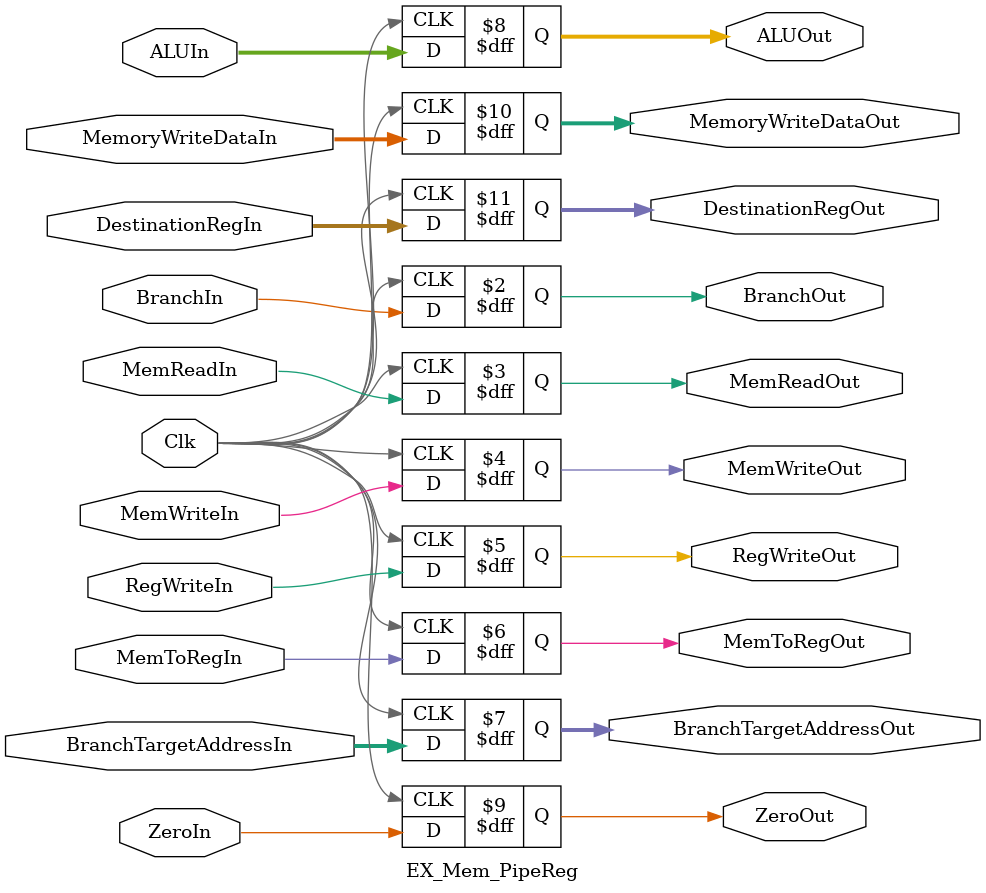
<source format=v>
`timescale 1ns / 1ps


module EX_Mem_PipeReg(BranchIn, MemReadIn, MemWriteIn, RegWriteIn, MemToRegIn, BranchTargetAddressIn, ALUIn, ZeroIn, MemoryWriteDataIn, DestinationRegIn, Clk, BranchOut, MemReadOut, MemWriteOut, RegWriteOut, MemToRegOut, BranchTargetAddressOut, ALUOut, ZeroOut, MemoryWriteDataOut, DestinationRegOut);

	/* Control Signals*/
    output reg BranchOut; 
    output reg MemReadOut; 
    output reg MemWriteOut; 
    output reg RegWriteOut; 
    output reg MemToRegOut; 
    
    output reg [31:0] BranchTargetAddressOut;
    output reg [63:0] ALUOut;
    output reg ZeroOut;
    output reg [31:0] MemoryWriteDataOut;
    output reg [4:0] DestinationRegOut; 
    
    /* Control Signals*/
    input BranchIn; 
    input MemReadIn; 
    input MemWriteIn; 
    input RegWriteIn;
    input MemToRegIn; 
    
    input [31:0] BranchTargetAddressIn;
    input [63:0] ALUIn;
    input ZeroIn;
    input [31:0] MemoryWriteDataIn; 
    input [4:0] DestinationRegIn; 
    input Clk; 
        
    always @ (posedge Clk)
        begin
            BranchOut <= BranchIn; 
            MemReadOut <= MemReadIn; 
            MemWriteOut <= MemWriteIn; 
            RegWriteOut <= RegWriteIn; 
            MemToRegOut <= MemToRegIn; 
        
            BranchTargetAddressOut <= BranchTargetAddressIn;
            ALUOut <= ALUIn;
            ZeroOut <= ZeroIn;
            MemoryWriteDataOut <= MemoryWriteDataIn; 
            DestinationRegOut <= DestinationRegIn; 
        end

endmodule

</source>
